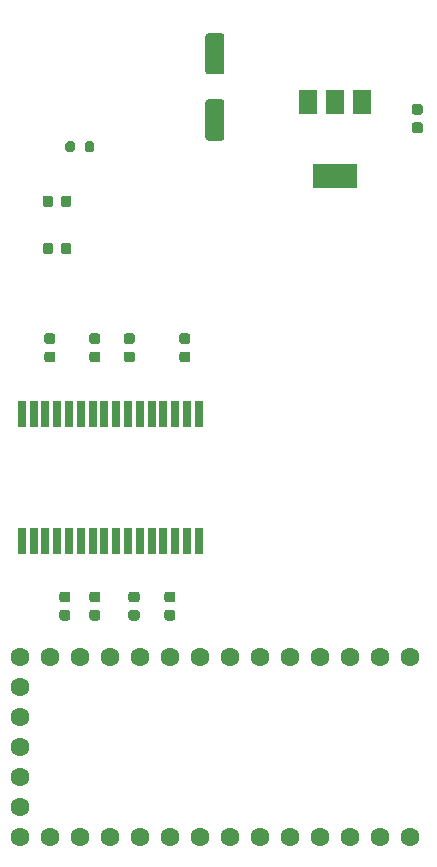
<source format=gbr>
%TF.GenerationSoftware,KiCad,Pcbnew,(5.1.9)-1*%
%TF.CreationDate,2021-08-06T16:10:44+09:00*%
%TF.ProjectId,IMU_USB_ver2,494d555f-5553-4425-9f76-6572322e6b69,rev?*%
%TF.SameCoordinates,Original*%
%TF.FileFunction,Soldermask,Top*%
%TF.FilePolarity,Negative*%
%FSLAX46Y46*%
G04 Gerber Fmt 4.6, Leading zero omitted, Abs format (unit mm)*
G04 Created by KiCad (PCBNEW (5.1.9)-1) date 2021-08-06 16:10:44*
%MOMM*%
%LPD*%
G01*
G04 APERTURE LIST*
%ADD10R,0.700000X2.200000*%
%ADD11C,1.600000*%
%ADD12R,3.800000X2.000000*%
%ADD13R,1.500000X2.000000*%
G04 APERTURE END LIST*
D10*
%TO.C,U3*%
X132239000Y-94991000D03*
X132239000Y-105791000D03*
X133239000Y-94991000D03*
X133239000Y-105791000D03*
X134239000Y-94991000D03*
X134239000Y-105791000D03*
X135239000Y-94991000D03*
X135239000Y-105791000D03*
X136239000Y-94991000D03*
X136239000Y-105791000D03*
X137239000Y-94991000D03*
X137239000Y-105791000D03*
X138239000Y-94991000D03*
X138239000Y-105791000D03*
X139239000Y-94991000D03*
X139239000Y-105791000D03*
X140239000Y-94991000D03*
X140239000Y-105791000D03*
X141239000Y-94991000D03*
X141239000Y-105791000D03*
X142239000Y-94991000D03*
X142239000Y-105791000D03*
X143239000Y-94991000D03*
X143239000Y-105791000D03*
X144239000Y-94991000D03*
X144239000Y-105791000D03*
X145239000Y-94991000D03*
X145239000Y-105791000D03*
X146239000Y-94991000D03*
X146239000Y-105791000D03*
X147239000Y-94991000D03*
X147239000Y-105791000D03*
%TD*%
%TO.C,L1*%
G36*
G01*
X137585000Y-72665000D02*
X137585000Y-72115000D01*
G75*
G02*
X137785000Y-71915000I200000J0D01*
G01*
X138185000Y-71915000D01*
G75*
G02*
X138385000Y-72115000I0J-200000D01*
G01*
X138385000Y-72665000D01*
G75*
G02*
X138185000Y-72865000I-200000J0D01*
G01*
X137785000Y-72865000D01*
G75*
G02*
X137585000Y-72665000I0J200000D01*
G01*
G37*
G36*
G01*
X135935000Y-72665000D02*
X135935000Y-72115000D01*
G75*
G02*
X136135000Y-71915000I200000J0D01*
G01*
X136535000Y-71915000D01*
G75*
G02*
X136735000Y-72115000I0J-200000D01*
G01*
X136735000Y-72665000D01*
G75*
G02*
X136535000Y-72865000I-200000J0D01*
G01*
X136135000Y-72865000D01*
G75*
G02*
X135935000Y-72665000I0J200000D01*
G01*
G37*
%TD*%
%TO.C,C1*%
G36*
G01*
X165985000Y-69665000D02*
X165485000Y-69665000D01*
G75*
G02*
X165260000Y-69440000I0J225000D01*
G01*
X165260000Y-68990000D01*
G75*
G02*
X165485000Y-68765000I225000J0D01*
G01*
X165985000Y-68765000D01*
G75*
G02*
X166210000Y-68990000I0J-225000D01*
G01*
X166210000Y-69440000D01*
G75*
G02*
X165985000Y-69665000I-225000J0D01*
G01*
G37*
G36*
G01*
X165985000Y-71215000D02*
X165485000Y-71215000D01*
G75*
G02*
X165260000Y-70990000I0J225000D01*
G01*
X165260000Y-70540000D01*
G75*
G02*
X165485000Y-70315000I225000J0D01*
G01*
X165985000Y-70315000D01*
G75*
G02*
X166210000Y-70540000I0J-225000D01*
G01*
X166210000Y-70990000D01*
G75*
G02*
X165985000Y-71215000I-225000J0D01*
G01*
G37*
%TD*%
%TO.C,C2*%
G36*
G01*
X149140000Y-71860000D02*
X148040000Y-71860000D01*
G75*
G02*
X147790000Y-71610000I0J250000D01*
G01*
X147790000Y-68610000D01*
G75*
G02*
X148040000Y-68360000I250000J0D01*
G01*
X149140000Y-68360000D01*
G75*
G02*
X149390000Y-68610000I0J-250000D01*
G01*
X149390000Y-71610000D01*
G75*
G02*
X149140000Y-71860000I-250000J0D01*
G01*
G37*
G36*
G01*
X149140000Y-66260000D02*
X148040000Y-66260000D01*
G75*
G02*
X147790000Y-66010000I0J250000D01*
G01*
X147790000Y-63010000D01*
G75*
G02*
X148040000Y-62760000I250000J0D01*
G01*
X149140000Y-62760000D01*
G75*
G02*
X149390000Y-63010000I0J-250000D01*
G01*
X149390000Y-66010000D01*
G75*
G02*
X149140000Y-66260000I-250000J0D01*
G01*
G37*
%TD*%
%TO.C,C4*%
G36*
G01*
X135640000Y-110040000D02*
X136140000Y-110040000D01*
G75*
G02*
X136365000Y-110265000I0J-225000D01*
G01*
X136365000Y-110715000D01*
G75*
G02*
X136140000Y-110940000I-225000J0D01*
G01*
X135640000Y-110940000D01*
G75*
G02*
X135415000Y-110715000I0J225000D01*
G01*
X135415000Y-110265000D01*
G75*
G02*
X135640000Y-110040000I225000J0D01*
G01*
G37*
G36*
G01*
X135640000Y-111590000D02*
X136140000Y-111590000D01*
G75*
G02*
X136365000Y-111815000I0J-225000D01*
G01*
X136365000Y-112265000D01*
G75*
G02*
X136140000Y-112490000I-225000J0D01*
G01*
X135640000Y-112490000D01*
G75*
G02*
X135415000Y-112265000I0J225000D01*
G01*
X135415000Y-111815000D01*
G75*
G02*
X135640000Y-111590000I225000J0D01*
G01*
G37*
%TD*%
%TO.C,C5*%
G36*
G01*
X138180000Y-111590000D02*
X138680000Y-111590000D01*
G75*
G02*
X138905000Y-111815000I0J-225000D01*
G01*
X138905000Y-112265000D01*
G75*
G02*
X138680000Y-112490000I-225000J0D01*
G01*
X138180000Y-112490000D01*
G75*
G02*
X137955000Y-112265000I0J225000D01*
G01*
X137955000Y-111815000D01*
G75*
G02*
X138180000Y-111590000I225000J0D01*
G01*
G37*
G36*
G01*
X138180000Y-110040000D02*
X138680000Y-110040000D01*
G75*
G02*
X138905000Y-110265000I0J-225000D01*
G01*
X138905000Y-110715000D01*
G75*
G02*
X138680000Y-110940000I-225000J0D01*
G01*
X138180000Y-110940000D01*
G75*
G02*
X137955000Y-110715000I0J225000D01*
G01*
X137955000Y-110265000D01*
G75*
G02*
X138180000Y-110040000I225000J0D01*
G01*
G37*
%TD*%
%TO.C,C6*%
G36*
G01*
X136450000Y-80750000D02*
X136450000Y-81250000D01*
G75*
G02*
X136225000Y-81475000I-225000J0D01*
G01*
X135775000Y-81475000D01*
G75*
G02*
X135550000Y-81250000I0J225000D01*
G01*
X135550000Y-80750000D01*
G75*
G02*
X135775000Y-80525000I225000J0D01*
G01*
X136225000Y-80525000D01*
G75*
G02*
X136450000Y-80750000I0J-225000D01*
G01*
G37*
G36*
G01*
X134900000Y-80750000D02*
X134900000Y-81250000D01*
G75*
G02*
X134675000Y-81475000I-225000J0D01*
G01*
X134225000Y-81475000D01*
G75*
G02*
X134000000Y-81250000I0J225000D01*
G01*
X134000000Y-80750000D01*
G75*
G02*
X134225000Y-80525000I225000J0D01*
G01*
X134675000Y-80525000D01*
G75*
G02*
X134900000Y-80750000I0J-225000D01*
G01*
G37*
%TD*%
%TO.C,C7*%
G36*
G01*
X141495000Y-110040000D02*
X141995000Y-110040000D01*
G75*
G02*
X142220000Y-110265000I0J-225000D01*
G01*
X142220000Y-110715000D01*
G75*
G02*
X141995000Y-110940000I-225000J0D01*
G01*
X141495000Y-110940000D01*
G75*
G02*
X141270000Y-110715000I0J225000D01*
G01*
X141270000Y-110265000D01*
G75*
G02*
X141495000Y-110040000I225000J0D01*
G01*
G37*
G36*
G01*
X141495000Y-111590000D02*
X141995000Y-111590000D01*
G75*
G02*
X142220000Y-111815000I0J-225000D01*
G01*
X142220000Y-112265000D01*
G75*
G02*
X141995000Y-112490000I-225000J0D01*
G01*
X141495000Y-112490000D01*
G75*
G02*
X141270000Y-112265000I0J225000D01*
G01*
X141270000Y-111815000D01*
G75*
G02*
X141495000Y-111590000I225000J0D01*
G01*
G37*
%TD*%
%TO.C,C8*%
G36*
G01*
X134900000Y-76750000D02*
X134900000Y-77250000D01*
G75*
G02*
X134675000Y-77475000I-225000J0D01*
G01*
X134225000Y-77475000D01*
G75*
G02*
X134000000Y-77250000I0J225000D01*
G01*
X134000000Y-76750000D01*
G75*
G02*
X134225000Y-76525000I225000J0D01*
G01*
X134675000Y-76525000D01*
G75*
G02*
X134900000Y-76750000I0J-225000D01*
G01*
G37*
G36*
G01*
X136450000Y-76750000D02*
X136450000Y-77250000D01*
G75*
G02*
X136225000Y-77475000I-225000J0D01*
G01*
X135775000Y-77475000D01*
G75*
G02*
X135550000Y-77250000I0J225000D01*
G01*
X135550000Y-76750000D01*
G75*
G02*
X135775000Y-76525000I225000J0D01*
G01*
X136225000Y-76525000D01*
G75*
G02*
X136450000Y-76750000I0J-225000D01*
G01*
G37*
%TD*%
%TO.C,C9*%
G36*
G01*
X144530000Y-111590000D02*
X145030000Y-111590000D01*
G75*
G02*
X145255000Y-111815000I0J-225000D01*
G01*
X145255000Y-112265000D01*
G75*
G02*
X145030000Y-112490000I-225000J0D01*
G01*
X144530000Y-112490000D01*
G75*
G02*
X144305000Y-112265000I0J225000D01*
G01*
X144305000Y-111815000D01*
G75*
G02*
X144530000Y-111590000I225000J0D01*
G01*
G37*
G36*
G01*
X144530000Y-110040000D02*
X145030000Y-110040000D01*
G75*
G02*
X145255000Y-110265000I0J-225000D01*
G01*
X145255000Y-110715000D01*
G75*
G02*
X145030000Y-110940000I-225000J0D01*
G01*
X144530000Y-110940000D01*
G75*
G02*
X144305000Y-110715000I0J225000D01*
G01*
X144305000Y-110265000D01*
G75*
G02*
X144530000Y-110040000I225000J0D01*
G01*
G37*
%TD*%
%TO.C,C10*%
G36*
G01*
X146300000Y-89070000D02*
X145800000Y-89070000D01*
G75*
G02*
X145575000Y-88845000I0J225000D01*
G01*
X145575000Y-88395000D01*
G75*
G02*
X145800000Y-88170000I225000J0D01*
G01*
X146300000Y-88170000D01*
G75*
G02*
X146525000Y-88395000I0J-225000D01*
G01*
X146525000Y-88845000D01*
G75*
G02*
X146300000Y-89070000I-225000J0D01*
G01*
G37*
G36*
G01*
X146300000Y-90620000D02*
X145800000Y-90620000D01*
G75*
G02*
X145575000Y-90395000I0J225000D01*
G01*
X145575000Y-89945000D01*
G75*
G02*
X145800000Y-89720000I225000J0D01*
G01*
X146300000Y-89720000D01*
G75*
G02*
X146525000Y-89945000I0J-225000D01*
G01*
X146525000Y-90395000D01*
G75*
G02*
X146300000Y-90620000I-225000J0D01*
G01*
G37*
%TD*%
%TO.C,C11*%
G36*
G01*
X141601000Y-90620000D02*
X141101000Y-90620000D01*
G75*
G02*
X140876000Y-90395000I0J225000D01*
G01*
X140876000Y-89945000D01*
G75*
G02*
X141101000Y-89720000I225000J0D01*
G01*
X141601000Y-89720000D01*
G75*
G02*
X141826000Y-89945000I0J-225000D01*
G01*
X141826000Y-90395000D01*
G75*
G02*
X141601000Y-90620000I-225000J0D01*
G01*
G37*
G36*
G01*
X141601000Y-89070000D02*
X141101000Y-89070000D01*
G75*
G02*
X140876000Y-88845000I0J225000D01*
G01*
X140876000Y-88395000D01*
G75*
G02*
X141101000Y-88170000I225000J0D01*
G01*
X141601000Y-88170000D01*
G75*
G02*
X141826000Y-88395000I0J-225000D01*
G01*
X141826000Y-88845000D01*
G75*
G02*
X141601000Y-89070000I-225000J0D01*
G01*
G37*
%TD*%
%TO.C,C12*%
G36*
G01*
X138680000Y-89070000D02*
X138180000Y-89070000D01*
G75*
G02*
X137955000Y-88845000I0J225000D01*
G01*
X137955000Y-88395000D01*
G75*
G02*
X138180000Y-88170000I225000J0D01*
G01*
X138680000Y-88170000D01*
G75*
G02*
X138905000Y-88395000I0J-225000D01*
G01*
X138905000Y-88845000D01*
G75*
G02*
X138680000Y-89070000I-225000J0D01*
G01*
G37*
G36*
G01*
X138680000Y-90620000D02*
X138180000Y-90620000D01*
G75*
G02*
X137955000Y-90395000I0J225000D01*
G01*
X137955000Y-89945000D01*
G75*
G02*
X138180000Y-89720000I225000J0D01*
G01*
X138680000Y-89720000D01*
G75*
G02*
X138905000Y-89945000I0J-225000D01*
G01*
X138905000Y-90395000D01*
G75*
G02*
X138680000Y-90620000I-225000J0D01*
G01*
G37*
%TD*%
%TO.C,C13*%
G36*
G01*
X134870000Y-90620000D02*
X134370000Y-90620000D01*
G75*
G02*
X134145000Y-90395000I0J225000D01*
G01*
X134145000Y-89945000D01*
G75*
G02*
X134370000Y-89720000I225000J0D01*
G01*
X134870000Y-89720000D01*
G75*
G02*
X135095000Y-89945000I0J-225000D01*
G01*
X135095000Y-90395000D01*
G75*
G02*
X134870000Y-90620000I-225000J0D01*
G01*
G37*
G36*
G01*
X134870000Y-89070000D02*
X134370000Y-89070000D01*
G75*
G02*
X134145000Y-88845000I0J225000D01*
G01*
X134145000Y-88395000D01*
G75*
G02*
X134370000Y-88170000I225000J0D01*
G01*
X134870000Y-88170000D01*
G75*
G02*
X135095000Y-88395000I0J-225000D01*
G01*
X135095000Y-88845000D01*
G75*
G02*
X134870000Y-89070000I-225000J0D01*
G01*
G37*
%TD*%
D11*
%TO.C,U1*%
X132080000Y-123190000D03*
X132080000Y-125730000D03*
X132080000Y-128270000D03*
X132080000Y-130810000D03*
X132080000Y-120650000D03*
X132080000Y-118110000D03*
X132080000Y-115570000D03*
X134620000Y-130810000D03*
X137160000Y-130810000D03*
X139700000Y-130810000D03*
X142240000Y-130810000D03*
X144780000Y-130810000D03*
X147320000Y-130810000D03*
X149860000Y-130810000D03*
X152400000Y-130810000D03*
X154940000Y-130810000D03*
X157480000Y-130810000D03*
X160020000Y-130810000D03*
X162560000Y-130810000D03*
X165100000Y-130810000D03*
X134620000Y-115570000D03*
X137160000Y-115570000D03*
X139700000Y-115570000D03*
X142240000Y-115570000D03*
X144780000Y-115570000D03*
X147320000Y-115570000D03*
X149860000Y-115570000D03*
X152400000Y-115570000D03*
X154940000Y-115570000D03*
X157480000Y-115570000D03*
X160020000Y-115570000D03*
X162560000Y-115570000D03*
X165100000Y-115570000D03*
%TD*%
D12*
%TO.C,U2*%
X158750000Y-74880000D03*
D13*
X158750000Y-68580000D03*
X156450000Y-68580000D03*
X161050000Y-68580000D03*
%TD*%
M02*

</source>
